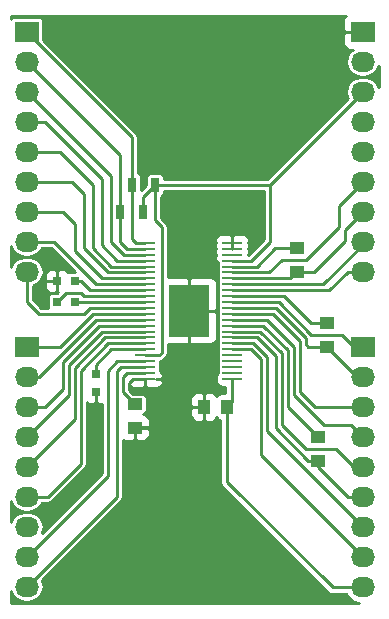
<source format=gbr>
G04 #@! TF.FileFunction,Copper,L1,Top,Signal*
%FSLAX46Y46*%
G04 Gerber Fmt 4.6, Leading zero omitted, Abs format (unit mm)*
G04 Created by KiCad (PCBNEW (2015-07-25 BZR 5993)-product) date Fri 31 Jul 2015 06:39:50 PM PDT*
%MOMM*%
G01*
G04 APERTURE LIST*
%ADD10C,0.100000*%
%ADD11R,1.250000X1.000000*%
%ADD12R,1.000000X1.250000*%
%ADD13R,2.032000X1.727200*%
%ADD14O,2.032000X1.727200*%
%ADD15R,0.700000X1.300000*%
%ADD16R,1.676400X0.279400*%
%ADD17R,3.479800X4.419600*%
%ADD18R,0.800000X0.750000*%
%ADD19R,0.750000X0.800000*%
%ADD20C,0.600000*%
%ADD21C,0.250000*%
%ADD22C,0.254000*%
G04 APERTURE END LIST*
D10*
D11*
X216154000Y-74660000D03*
X216154000Y-72660000D03*
X218694000Y-81010000D03*
X218694000Y-79010000D03*
X217932000Y-90662000D03*
X217932000Y-88662000D03*
X202438000Y-85868000D03*
X202438000Y-87868000D03*
D12*
X210296000Y-86106000D03*
X208296000Y-86106000D03*
D13*
X193294000Y-54356000D03*
D14*
X193294000Y-56896000D03*
X193294000Y-59436000D03*
X193294000Y-61976000D03*
X193294000Y-64516000D03*
X193294000Y-67056000D03*
X193294000Y-69596000D03*
X193294000Y-72136000D03*
X193294000Y-74676000D03*
D13*
X193294000Y-81026000D03*
D14*
X193294000Y-83566000D03*
X193294000Y-86106000D03*
X193294000Y-88646000D03*
X193294000Y-91186000D03*
X193294000Y-93726000D03*
X193294000Y-96266000D03*
X193294000Y-98806000D03*
X193294000Y-101346000D03*
D13*
X221742000Y-54356000D03*
D14*
X221742000Y-56896000D03*
X221742000Y-59436000D03*
X221742000Y-61976000D03*
X221742000Y-64516000D03*
X221742000Y-67056000D03*
X221742000Y-69596000D03*
X221742000Y-72136000D03*
X221742000Y-74676000D03*
D13*
X221742000Y-81026000D03*
D14*
X221742000Y-83566000D03*
X221742000Y-86106000D03*
X221742000Y-88646000D03*
X221742000Y-91186000D03*
X221742000Y-93726000D03*
X221742000Y-96266000D03*
X221742000Y-98806000D03*
X221742000Y-101346000D03*
D15*
X203134000Y-69596000D03*
X201234000Y-69596000D03*
X204150000Y-67310000D03*
X202250000Y-67310000D03*
D16*
X203339700Y-72228000D03*
X203339700Y-72727997D03*
X203339700Y-73227997D03*
X203339700Y-73727997D03*
X203339700Y-74227994D03*
X203339700Y-74727994D03*
X203339700Y-75227994D03*
X203339700Y-75727991D03*
X203339700Y-76227991D03*
X203339700Y-76727991D03*
X203339700Y-77227987D03*
X203339700Y-77728012D03*
X203339700Y-78227988D03*
X203339700Y-78728013D03*
X203339700Y-79228009D03*
X203339700Y-79728009D03*
X203339700Y-80228009D03*
X203339700Y-80728006D03*
X203339700Y-81228006D03*
X203339700Y-81728006D03*
X203339700Y-82228003D03*
X203339700Y-82728003D03*
X203339700Y-83228003D03*
X203339700Y-83728000D03*
X210680300Y-83728000D03*
X210680300Y-83228003D03*
X210680300Y-82728003D03*
X210680300Y-82228003D03*
X210680300Y-81728006D03*
X210680300Y-81228006D03*
X210680300Y-80728006D03*
X210680300Y-80228009D03*
X210680300Y-79728009D03*
X210680300Y-79228009D03*
X210680300Y-78728013D03*
X210680300Y-78227988D03*
X210680300Y-77728012D03*
X210680300Y-77227987D03*
X210680300Y-76727991D03*
X210680300Y-76227991D03*
X210680300Y-75727991D03*
X210680300Y-75227994D03*
X210680300Y-74727994D03*
X210680300Y-74227994D03*
X210680300Y-73727997D03*
X210680300Y-73227997D03*
X210680300Y-72727997D03*
X210680300Y-72228000D03*
D17*
X207010000Y-77978000D03*
D18*
X197346000Y-77216000D03*
X195846000Y-77216000D03*
X197346000Y-75438000D03*
X195846000Y-75438000D03*
D19*
X199136000Y-83324000D03*
X199136000Y-84824000D03*
D20*
X207010000Y-77978000D03*
X206502000Y-88646000D03*
X195834000Y-73914000D03*
X199136000Y-86614000D03*
D21*
X216154000Y-74660000D02*
X217662000Y-74660000D01*
X220218000Y-71120000D02*
X221742000Y-69596000D01*
X220218000Y-72104000D02*
X220218000Y-71120000D01*
X217662000Y-74660000D02*
X220218000Y-72104000D01*
X216154000Y-74660000D02*
X216678000Y-74660000D01*
X210680300Y-75227994D02*
X215586006Y-75227994D01*
X215586006Y-75227994D02*
X216154000Y-74660000D01*
X210680300Y-74227994D02*
X212792006Y-74227994D01*
X214360000Y-72660000D02*
X216154000Y-72660000D01*
X212792006Y-74227994D02*
X214360000Y-72660000D01*
X210680300Y-77728012D02*
X214380012Y-77728012D01*
X217154000Y-81010000D02*
X218694000Y-81010000D01*
X216916000Y-80772000D02*
X217154000Y-81010000D01*
X216916000Y-80264000D02*
X216916000Y-80772000D01*
X214380012Y-77728012D02*
X216916000Y-80264000D01*
X218694000Y-81010000D02*
X221250000Y-83566000D01*
X221250000Y-83566000D02*
X221742000Y-83566000D01*
X210680300Y-76727991D02*
X215118009Y-76727991D01*
X217400018Y-79010000D02*
X218694000Y-79010000D01*
X215118009Y-76727991D02*
X217400018Y-79010000D01*
X210680300Y-80228009D02*
X212816009Y-80228009D01*
X213106000Y-80518000D02*
X212852000Y-80264000D01*
X214376000Y-81788000D02*
X214376000Y-87884000D01*
X217154000Y-90662000D02*
X214376000Y-87884000D01*
X217154000Y-90662000D02*
X217932000Y-90662000D01*
X214376000Y-81788000D02*
X213106000Y-80518000D01*
X212816009Y-80228009D02*
X212852000Y-80264000D01*
X217932000Y-90662000D02*
X217932000Y-91186000D01*
X220472000Y-93726000D02*
X221742000Y-93726000D01*
X217932000Y-91186000D02*
X220472000Y-93726000D01*
X210680300Y-79228009D02*
X213340009Y-79228009D01*
X215392000Y-86122000D02*
X217932000Y-88662000D01*
X215392000Y-81280000D02*
X215392000Y-86122000D01*
X213340009Y-79228009D02*
X215392000Y-81280000D01*
X203339700Y-83228003D02*
X201759997Y-83228003D01*
X201422000Y-84852000D02*
X202438000Y-85868000D01*
X201422000Y-83566000D02*
X201422000Y-84852000D01*
X201759997Y-83228003D02*
X201422000Y-83566000D01*
X203339700Y-83728000D02*
X202276000Y-83728000D01*
X202276000Y-83728000D02*
X201930000Y-84074000D01*
X203339700Y-83728000D02*
X203339700Y-84467700D01*
X203339700Y-84467700D02*
X203708000Y-84836000D01*
X202438000Y-87868000D02*
X205724000Y-87868000D01*
X205724000Y-87868000D02*
X206502000Y-88646000D01*
X195846000Y-75438000D02*
X195846000Y-73926000D01*
X195846000Y-73926000D02*
X195834000Y-73914000D01*
X199136000Y-84824000D02*
X199136000Y-86614000D01*
X199136000Y-83324000D02*
X199136000Y-82550000D01*
X200457994Y-81228006D02*
X203339700Y-81228006D01*
X199136000Y-82550000D02*
X200457994Y-81228006D01*
X203339700Y-76227991D02*
X198655991Y-76227991D01*
X197866000Y-75438000D02*
X197346000Y-75438000D01*
X198655991Y-76227991D02*
X197866000Y-75438000D01*
X221742000Y-101346000D02*
X219202000Y-101346000D01*
X210296000Y-92440000D02*
X210296000Y-86106000D01*
X219202000Y-101346000D02*
X210296000Y-92440000D01*
X210680300Y-83728000D02*
X210680300Y-85721700D01*
X197346000Y-77216000D02*
X203327713Y-77216000D01*
X203327713Y-77216000D02*
X203339700Y-77227987D01*
X203339700Y-76727991D02*
X198139991Y-76727991D01*
X196608000Y-76454000D02*
X195846000Y-77216000D01*
X197866000Y-76454000D02*
X196608000Y-76454000D01*
X198139991Y-76727991D02*
X197866000Y-76454000D01*
X202184000Y-66040000D02*
X202184000Y-67244000D01*
X202184000Y-67244000D02*
X202250000Y-67310000D01*
X203339700Y-72228000D02*
X202530000Y-72228000D01*
X202530000Y-72228000D02*
X202184000Y-71882000D01*
X202184000Y-71882000D02*
X202184000Y-66040000D01*
X202184000Y-66040000D02*
X202184000Y-63246000D01*
X202184000Y-63246000D02*
X193294000Y-54356000D01*
X201168000Y-70866000D02*
X201168000Y-69662000D01*
X201168000Y-69662000D02*
X201234000Y-69596000D01*
X203339700Y-72727997D02*
X201759997Y-72727997D01*
X201168000Y-64770000D02*
X193294000Y-56896000D01*
X201168000Y-72136000D02*
X201168000Y-70866000D01*
X201168000Y-70866000D02*
X201168000Y-64770000D01*
X201759997Y-72727997D02*
X201168000Y-72136000D01*
X203339700Y-73727997D02*
X200981997Y-73727997D01*
X194818000Y-61976000D02*
X193294000Y-61976000D01*
X199644000Y-66802000D02*
X194818000Y-61976000D01*
X199644000Y-72390000D02*
X199644000Y-66802000D01*
X200981997Y-73727997D02*
X199644000Y-72390000D01*
X203339700Y-74227994D02*
X200465994Y-74227994D01*
X196088000Y-64516000D02*
X193294000Y-64516000D01*
X198882000Y-67310000D02*
X196088000Y-64516000D01*
X198882000Y-72644000D02*
X198882000Y-67310000D01*
X200465994Y-74227994D02*
X198882000Y-72644000D01*
X203339700Y-74727994D02*
X200203994Y-74727994D01*
X197104000Y-67056000D02*
X193294000Y-67056000D01*
X198120000Y-68072000D02*
X197104000Y-67056000D01*
X198120000Y-72644000D02*
X198120000Y-68072000D01*
X200203994Y-74727994D02*
X198120000Y-72644000D01*
X203339700Y-75227994D02*
X199687994Y-75227994D01*
X196342000Y-69596000D02*
X193294000Y-69596000D01*
X197358000Y-70612000D02*
X196342000Y-69596000D01*
X197358000Y-72898000D02*
X197358000Y-70612000D01*
X199687994Y-75227994D02*
X197358000Y-72898000D01*
X203339700Y-75727991D02*
X199171991Y-75727991D01*
X195580000Y-72136000D02*
X193294000Y-72136000D01*
X199171991Y-75727991D02*
X195580000Y-72136000D01*
X203339700Y-77728012D02*
X198632012Y-77728012D01*
X193294000Y-77216000D02*
X193294000Y-74676000D01*
X194310000Y-78232000D02*
X193294000Y-77216000D01*
X198128024Y-78232000D02*
X194310000Y-78232000D01*
X198632012Y-77728012D02*
X198128024Y-78232000D01*
X203339700Y-73227997D02*
X201497997Y-73227997D01*
X200406000Y-66548000D02*
X193294000Y-59436000D01*
X200406000Y-72136000D02*
X200406000Y-66548000D01*
X201497997Y-73227997D02*
X200406000Y-72136000D01*
X203339700Y-78227988D02*
X198886012Y-78227988D01*
X196088000Y-81026000D02*
X193294000Y-81026000D01*
X198886012Y-78227988D02*
X196088000Y-81026000D01*
X203339700Y-78728013D02*
X199147987Y-78728013D01*
X199147987Y-78728013D02*
X194310000Y-83566000D01*
X194310000Y-83566000D02*
X193294000Y-83566000D01*
X203339700Y-79228009D02*
X199409991Y-79228009D01*
X194818000Y-86106000D02*
X193294000Y-86106000D01*
X196342000Y-84582000D02*
X194818000Y-86106000D01*
X196342000Y-82296000D02*
X196342000Y-84582000D01*
X199409991Y-79228009D02*
X196342000Y-82296000D01*
X194056000Y-86106000D02*
X193294000Y-86106000D01*
X203339700Y-79728009D02*
X199671991Y-79728009D01*
X196850000Y-85090000D02*
X193294000Y-88646000D01*
X196850000Y-82550000D02*
X196850000Y-85090000D01*
X199671991Y-79728009D02*
X196850000Y-82550000D01*
X203339700Y-80228009D02*
X199933991Y-80228009D01*
X197358000Y-87122000D02*
X193294000Y-91186000D01*
X197358000Y-82804000D02*
X197358000Y-87122000D01*
X199933991Y-80228009D02*
X197358000Y-82804000D01*
X203339700Y-80728006D02*
X200195994Y-80728006D01*
X195072000Y-93726000D02*
X193294000Y-93726000D01*
X197866000Y-90932000D02*
X195072000Y-93726000D01*
X197866000Y-83058000D02*
X197866000Y-90932000D01*
X200195994Y-80728006D02*
X197866000Y-83058000D01*
X203339700Y-82228003D02*
X200981997Y-82228003D01*
X200152000Y-91948000D02*
X193294000Y-98806000D01*
X200152000Y-83058000D02*
X200152000Y-91948000D01*
X200981997Y-82228003D02*
X200152000Y-83058000D01*
X203339700Y-82728003D02*
X201243997Y-82728003D01*
X200914000Y-93726000D02*
X193294000Y-101346000D01*
X200914000Y-83058000D02*
X200914000Y-93726000D01*
X201243997Y-82728003D02*
X200914000Y-83058000D01*
X210680300Y-73727997D02*
X212276003Y-73727997D01*
X213868000Y-72136000D02*
X213868000Y-67310000D01*
X212276003Y-73727997D02*
X213868000Y-72136000D01*
X203339700Y-81728006D02*
X204529994Y-81728006D01*
X204150000Y-70292000D02*
X204150000Y-67310000D01*
X204724000Y-70866000D02*
X204150000Y-70292000D01*
X204724000Y-81534000D02*
X204724000Y-70866000D01*
X204529994Y-81728006D02*
X204724000Y-81534000D01*
X203134000Y-69596000D02*
X203134000Y-68326000D01*
X203134000Y-68326000D02*
X204150000Y-67310000D01*
X204150000Y-67310000D02*
X213868000Y-67310000D01*
X213868000Y-67310000D02*
X221742000Y-59436000D01*
X210680300Y-74727994D02*
X213816006Y-74727994D01*
X219710000Y-69088000D02*
X221742000Y-67056000D01*
X219710000Y-70866000D02*
X219710000Y-69088000D01*
X216916000Y-73660000D02*
X219710000Y-70866000D01*
X214884000Y-73660000D02*
X216916000Y-73660000D01*
X213816006Y-74727994D02*
X214884000Y-73660000D01*
X210680300Y-75727991D02*
X218404009Y-75727991D01*
X218404009Y-75727991D02*
X221742000Y-72390000D01*
X221742000Y-72390000D02*
X221742000Y-72136000D01*
X210680300Y-76227991D02*
X218920009Y-76227991D01*
X220472000Y-74676000D02*
X221742000Y-74676000D01*
X218920009Y-76227991D02*
X220472000Y-74676000D01*
X210680300Y-77227987D02*
X214618013Y-77227987D01*
X219964000Y-80010000D02*
X220980000Y-81026000D01*
X217400026Y-80010000D02*
X219964000Y-80010000D01*
X214618013Y-77227987D02*
X217400026Y-80010000D01*
X220980000Y-81026000D02*
X221742000Y-81026000D01*
X210680300Y-78227988D02*
X214117988Y-78227988D01*
X217678000Y-86106000D02*
X221742000Y-86106000D01*
X216408000Y-84836000D02*
X217678000Y-86106000D01*
X216408000Y-80518000D02*
X216408000Y-84836000D01*
X214117988Y-78227988D02*
X216408000Y-80518000D01*
X210680300Y-78728013D02*
X213602013Y-78728013D01*
X220726000Y-87630000D02*
X221742000Y-88646000D01*
X218440000Y-87630000D02*
X220726000Y-87630000D01*
X215900000Y-85090000D02*
X218440000Y-87630000D01*
X215900000Y-81026000D02*
X215900000Y-85090000D01*
X213602013Y-78728013D02*
X215900000Y-81026000D01*
X210680300Y-79728009D02*
X213078009Y-79728009D01*
X219456000Y-89662000D02*
X220980000Y-91186000D01*
X216916000Y-89662000D02*
X219456000Y-89662000D01*
X214884000Y-87630000D02*
X216916000Y-89662000D01*
X214884000Y-81534000D02*
X214884000Y-87630000D01*
X213078009Y-79728009D02*
X214884000Y-81534000D01*
X220980000Y-91186000D02*
X221742000Y-91186000D01*
X210680300Y-80728006D02*
X212428404Y-80728006D01*
X213614000Y-88138000D02*
X221742000Y-96266000D01*
X213614000Y-81913602D02*
X213614000Y-88138000D01*
X212428404Y-80728006D02*
X213614000Y-81913602D01*
X210680300Y-81228006D02*
X212292006Y-81228006D01*
X213106000Y-90170000D02*
X221742000Y-98806000D01*
X213106000Y-82042000D02*
X213106000Y-90170000D01*
X212292006Y-81228006D02*
X213106000Y-82042000D01*
D22*
G36*
X213362000Y-71926408D02*
X212073113Y-73215295D01*
X212061839Y-73215295D01*
X212109277Y-73100770D01*
X212153500Y-73056547D01*
X212153500Y-72899447D01*
X212109277Y-72855224D01*
X212056827Y-72728598D01*
X212056227Y-72727999D01*
X212056827Y-72727399D01*
X212109280Y-72600767D01*
X212153500Y-72556547D01*
X212153500Y-72399450D01*
X212109280Y-72355230D01*
X212056827Y-72228598D01*
X212019139Y-72190911D01*
X212153500Y-72056550D01*
X212153500Y-71961990D01*
X212056827Y-71728601D01*
X211878198Y-71549973D01*
X211644809Y-71453300D01*
X210851750Y-71453300D01*
X210693000Y-71612050D01*
X210693000Y-72760697D01*
X210667600Y-72760697D01*
X210667600Y-71612050D01*
X210508850Y-71453300D01*
X209715791Y-71453300D01*
X209482402Y-71549973D01*
X209303773Y-71728601D01*
X209207100Y-71961990D01*
X209207100Y-72056550D01*
X209341461Y-72190911D01*
X209303773Y-72228598D01*
X209251320Y-72355230D01*
X209207100Y-72399450D01*
X209207100Y-72556547D01*
X209251320Y-72600767D01*
X209303773Y-72727399D01*
X209304373Y-72727999D01*
X209303773Y-72728598D01*
X209251323Y-72855224D01*
X209207100Y-72899447D01*
X209207100Y-73056547D01*
X209251323Y-73100770D01*
X209303773Y-73227396D01*
X209341462Y-73265085D01*
X209207100Y-73399447D01*
X209207100Y-73494007D01*
X209303773Y-73727396D01*
X209455938Y-73879560D01*
X209475390Y-73979819D01*
X209453636Y-74088294D01*
X209453636Y-74367694D01*
X209475390Y-74479817D01*
X209453636Y-74588294D01*
X209453636Y-74867694D01*
X209475390Y-74979817D01*
X209453636Y-75088294D01*
X209453636Y-75367694D01*
X209475390Y-75479816D01*
X209453636Y-75588291D01*
X209453636Y-75867691D01*
X209475390Y-75979814D01*
X209453636Y-76088291D01*
X209453636Y-76367691D01*
X209475390Y-76479814D01*
X209453636Y-76588291D01*
X209453636Y-76867691D01*
X209475390Y-76979812D01*
X209453636Y-77088287D01*
X209453636Y-77367687D01*
X209475393Y-77479823D01*
X209453636Y-77588312D01*
X209453636Y-77867712D01*
X209475388Y-77979823D01*
X209453636Y-78088288D01*
X209453636Y-78367688D01*
X209475393Y-78479824D01*
X209453636Y-78588313D01*
X209453636Y-78867713D01*
X209475390Y-78979834D01*
X209453636Y-79088309D01*
X209453636Y-79367709D01*
X209475390Y-79479832D01*
X209453636Y-79588309D01*
X209453636Y-79867709D01*
X209475390Y-79979832D01*
X209453636Y-80088309D01*
X209453636Y-80367709D01*
X209475390Y-80479831D01*
X209453636Y-80588306D01*
X209453636Y-80867706D01*
X209475390Y-80979829D01*
X209453636Y-81088306D01*
X209453636Y-81367706D01*
X209475390Y-81479829D01*
X209453636Y-81588306D01*
X209453636Y-81867706D01*
X209475390Y-81979828D01*
X209453636Y-82088303D01*
X209453636Y-82367703D01*
X209475390Y-82479826D01*
X209453636Y-82588303D01*
X209453636Y-82867703D01*
X209475390Y-82979826D01*
X209453636Y-83088303D01*
X209453636Y-83256090D01*
X209364199Y-83388588D01*
X209324148Y-83588300D01*
X209324148Y-83867700D01*
X209361730Y-84061399D01*
X209473561Y-84231642D01*
X209642388Y-84345601D01*
X209842100Y-84385652D01*
X210047300Y-84385652D01*
X210047300Y-84963048D01*
X209796000Y-84963048D01*
X209602301Y-85000630D01*
X209432058Y-85112461D01*
X209369224Y-85205549D01*
X209334327Y-85121301D01*
X209155698Y-84942673D01*
X208922309Y-84846000D01*
X208467450Y-84846000D01*
X208308700Y-85004750D01*
X208308700Y-86093300D01*
X208328700Y-86093300D01*
X208328700Y-86118700D01*
X208308700Y-86118700D01*
X208308700Y-87207250D01*
X208467450Y-87366000D01*
X208922309Y-87366000D01*
X209155698Y-87269327D01*
X209334327Y-87090699D01*
X209369266Y-87006350D01*
X209427461Y-87094942D01*
X209596288Y-87208901D01*
X209663000Y-87222280D01*
X209663000Y-92439995D01*
X209662999Y-92440000D01*
X209711184Y-92682239D01*
X209848401Y-92887599D01*
X218754401Y-101793599D01*
X218959761Y-101930816D01*
X219202000Y-101979001D01*
X219202005Y-101979000D01*
X220364787Y-101979000D01*
X220589875Y-102315868D01*
X221034854Y-102613193D01*
X221436071Y-102693000D01*
X191947000Y-102693000D01*
X191947000Y-101734958D01*
X191964371Y-101822288D01*
X192234166Y-102226065D01*
X192637943Y-102495860D01*
X193114231Y-102590600D01*
X193473769Y-102590600D01*
X193950057Y-102495860D01*
X194353834Y-102226065D01*
X194623629Y-101822288D01*
X194718369Y-101346000D01*
X194623629Y-100869712D01*
X194568455Y-100787137D01*
X201271796Y-94083796D01*
X201381483Y-93919638D01*
X201420000Y-93726000D01*
X201420000Y-88873026D01*
X201453301Y-88906327D01*
X201686690Y-89003000D01*
X202266550Y-89003000D01*
X202425300Y-88844250D01*
X202425300Y-87880700D01*
X202450700Y-87880700D01*
X202450700Y-88844250D01*
X202609450Y-89003000D01*
X203189310Y-89003000D01*
X203422699Y-88906327D01*
X203601327Y-88727698D01*
X203698000Y-88494309D01*
X203698000Y-88039450D01*
X203539250Y-87880700D01*
X202450700Y-87880700D01*
X202425300Y-87880700D01*
X202425300Y-87880700D01*
X202405300Y-87880700D01*
X202405300Y-87855300D01*
X202425300Y-87855300D01*
X202425300Y-87835300D01*
X202450700Y-87835300D01*
X202450700Y-87855300D01*
X203539250Y-87855300D01*
X203698000Y-87696550D01*
X203698000Y-87241691D01*
X203601327Y-87008302D01*
X203422699Y-86829673D01*
X203189310Y-86733000D01*
X203183936Y-86733000D01*
X203208274Y-86728278D01*
X203335956Y-86644404D01*
X203421426Y-86517784D01*
X203451464Y-86368000D01*
X203451464Y-86277450D01*
X207161000Y-86277450D01*
X207161000Y-86857310D01*
X207257673Y-87090699D01*
X207436302Y-87269327D01*
X207669691Y-87366000D01*
X208124550Y-87366000D01*
X208283300Y-87207250D01*
X208283300Y-86118700D01*
X207319750Y-86118700D01*
X207161000Y-86277450D01*
X203451464Y-86277450D01*
X203451464Y-85368000D01*
X203448882Y-85354690D01*
X207161000Y-85354690D01*
X207161000Y-85934550D01*
X207319750Y-86093300D01*
X208283300Y-86093300D01*
X208283300Y-85004750D01*
X208124550Y-84846000D01*
X207669691Y-84846000D01*
X207436302Y-84942673D01*
X207257673Y-85121301D01*
X207161000Y-85354690D01*
X203448882Y-85354690D01*
X203423278Y-85222726D01*
X203339404Y-85095044D01*
X203212784Y-85009574D01*
X203063000Y-84979536D01*
X202265128Y-84979536D01*
X201928000Y-84642408D01*
X201928000Y-84142484D01*
X201963173Y-84227399D01*
X202141802Y-84406027D01*
X202375191Y-84502700D01*
X203168250Y-84502700D01*
X203327000Y-84343950D01*
X203327000Y-83756167D01*
X203352400Y-83756167D01*
X203352400Y-84343950D01*
X203511150Y-84502700D01*
X204304209Y-84502700D01*
X204537598Y-84406027D01*
X204716227Y-84227399D01*
X204812900Y-83994010D01*
X204812900Y-83899450D01*
X204654150Y-83740700D01*
X204257619Y-83740700D01*
X204323174Y-83727981D01*
X204342478Y-83715300D01*
X204654150Y-83715300D01*
X204812900Y-83556550D01*
X204812900Y-83461990D01*
X204716227Y-83228601D01*
X204564062Y-83076437D01*
X204544610Y-82976180D01*
X204566364Y-82867703D01*
X204566364Y-82588303D01*
X204544610Y-82476180D01*
X204566364Y-82367703D01*
X204566364Y-82226772D01*
X204723632Y-82195489D01*
X204887790Y-82085802D01*
X205081796Y-81891796D01*
X205191483Y-81727638D01*
X205230000Y-81534000D01*
X205230000Y-80822800D01*
X206838550Y-80822800D01*
X206997300Y-80664050D01*
X206997300Y-77990700D01*
X207022700Y-77990700D01*
X207022700Y-80664050D01*
X207181450Y-80822800D01*
X208876209Y-80822800D01*
X209109598Y-80726127D01*
X209288227Y-80547499D01*
X209384900Y-80314110D01*
X209384900Y-78149450D01*
X209226150Y-77990700D01*
X207022700Y-77990700D01*
X206997300Y-77990700D01*
X206997300Y-77990700D01*
X206977300Y-77990700D01*
X206977300Y-77965300D01*
X206997300Y-77965300D01*
X206997300Y-75291950D01*
X207022700Y-75291950D01*
X207022700Y-77965300D01*
X209226150Y-77965300D01*
X209384900Y-77806550D01*
X209384900Y-75641890D01*
X209288227Y-75408501D01*
X209109598Y-75229873D01*
X208876209Y-75133200D01*
X207181450Y-75133200D01*
X207022700Y-75291950D01*
X206997300Y-75291950D01*
X206997300Y-75291950D01*
X206838550Y-75133200D01*
X205230000Y-75133200D01*
X205230000Y-70866000D01*
X205191483Y-70672362D01*
X205081796Y-70508204D01*
X204656000Y-70082408D01*
X204656000Y-68313232D01*
X204772956Y-68236404D01*
X204858426Y-68109784D01*
X204888464Y-67960000D01*
X204888464Y-67816000D01*
X213362000Y-67816000D01*
X213362000Y-71926408D01*
X213362000Y-71926408D01*
G37*
X213362000Y-71926408D02*
X212073113Y-73215295D01*
X212061839Y-73215295D01*
X212109277Y-73100770D01*
X212153500Y-73056547D01*
X212153500Y-72899447D01*
X212109277Y-72855224D01*
X212056827Y-72728598D01*
X212056227Y-72727999D01*
X212056827Y-72727399D01*
X212109280Y-72600767D01*
X212153500Y-72556547D01*
X212153500Y-72399450D01*
X212109280Y-72355230D01*
X212056827Y-72228598D01*
X212019139Y-72190911D01*
X212153500Y-72056550D01*
X212153500Y-71961990D01*
X212056827Y-71728601D01*
X211878198Y-71549973D01*
X211644809Y-71453300D01*
X210851750Y-71453300D01*
X210693000Y-71612050D01*
X210693000Y-72760697D01*
X210667600Y-72760697D01*
X210667600Y-71612050D01*
X210508850Y-71453300D01*
X209715791Y-71453300D01*
X209482402Y-71549973D01*
X209303773Y-71728601D01*
X209207100Y-71961990D01*
X209207100Y-72056550D01*
X209341461Y-72190911D01*
X209303773Y-72228598D01*
X209251320Y-72355230D01*
X209207100Y-72399450D01*
X209207100Y-72556547D01*
X209251320Y-72600767D01*
X209303773Y-72727399D01*
X209304373Y-72727999D01*
X209303773Y-72728598D01*
X209251323Y-72855224D01*
X209207100Y-72899447D01*
X209207100Y-73056547D01*
X209251323Y-73100770D01*
X209303773Y-73227396D01*
X209341462Y-73265085D01*
X209207100Y-73399447D01*
X209207100Y-73494007D01*
X209303773Y-73727396D01*
X209455938Y-73879560D01*
X209475390Y-73979819D01*
X209453636Y-74088294D01*
X209453636Y-74367694D01*
X209475390Y-74479817D01*
X209453636Y-74588294D01*
X209453636Y-74867694D01*
X209475390Y-74979817D01*
X209453636Y-75088294D01*
X209453636Y-75367694D01*
X209475390Y-75479816D01*
X209453636Y-75588291D01*
X209453636Y-75867691D01*
X209475390Y-75979814D01*
X209453636Y-76088291D01*
X209453636Y-76367691D01*
X209475390Y-76479814D01*
X209453636Y-76588291D01*
X209453636Y-76867691D01*
X209475390Y-76979812D01*
X209453636Y-77088287D01*
X209453636Y-77367687D01*
X209475393Y-77479823D01*
X209453636Y-77588312D01*
X209453636Y-77867712D01*
X209475388Y-77979823D01*
X209453636Y-78088288D01*
X209453636Y-78367688D01*
X209475393Y-78479824D01*
X209453636Y-78588313D01*
X209453636Y-78867713D01*
X209475390Y-78979834D01*
X209453636Y-79088309D01*
X209453636Y-79367709D01*
X209475390Y-79479832D01*
X209453636Y-79588309D01*
X209453636Y-79867709D01*
X209475390Y-79979832D01*
X209453636Y-80088309D01*
X209453636Y-80367709D01*
X209475390Y-80479831D01*
X209453636Y-80588306D01*
X209453636Y-80867706D01*
X209475390Y-80979829D01*
X209453636Y-81088306D01*
X209453636Y-81367706D01*
X209475390Y-81479829D01*
X209453636Y-81588306D01*
X209453636Y-81867706D01*
X209475390Y-81979828D01*
X209453636Y-82088303D01*
X209453636Y-82367703D01*
X209475390Y-82479826D01*
X209453636Y-82588303D01*
X209453636Y-82867703D01*
X209475390Y-82979826D01*
X209453636Y-83088303D01*
X209453636Y-83256090D01*
X209364199Y-83388588D01*
X209324148Y-83588300D01*
X209324148Y-83867700D01*
X209361730Y-84061399D01*
X209473561Y-84231642D01*
X209642388Y-84345601D01*
X209842100Y-84385652D01*
X210047300Y-84385652D01*
X210047300Y-84963048D01*
X209796000Y-84963048D01*
X209602301Y-85000630D01*
X209432058Y-85112461D01*
X209369224Y-85205549D01*
X209334327Y-85121301D01*
X209155698Y-84942673D01*
X208922309Y-84846000D01*
X208467450Y-84846000D01*
X208308700Y-85004750D01*
X208308700Y-86093300D01*
X208328700Y-86093300D01*
X208328700Y-86118700D01*
X208308700Y-86118700D01*
X208308700Y-87207250D01*
X208467450Y-87366000D01*
X208922309Y-87366000D01*
X209155698Y-87269327D01*
X209334327Y-87090699D01*
X209369266Y-87006350D01*
X209427461Y-87094942D01*
X209596288Y-87208901D01*
X209663000Y-87222280D01*
X209663000Y-92439995D01*
X209662999Y-92440000D01*
X209711184Y-92682239D01*
X209848401Y-92887599D01*
X218754401Y-101793599D01*
X218959761Y-101930816D01*
X219202000Y-101979001D01*
X219202005Y-101979000D01*
X220364787Y-101979000D01*
X220589875Y-102315868D01*
X221034854Y-102613193D01*
X221436071Y-102693000D01*
X191947000Y-102693000D01*
X191947000Y-101734958D01*
X191964371Y-101822288D01*
X192234166Y-102226065D01*
X192637943Y-102495860D01*
X193114231Y-102590600D01*
X193473769Y-102590600D01*
X193950057Y-102495860D01*
X194353834Y-102226065D01*
X194623629Y-101822288D01*
X194718369Y-101346000D01*
X194623629Y-100869712D01*
X194568455Y-100787137D01*
X201271796Y-94083796D01*
X201381483Y-93919638D01*
X201420000Y-93726000D01*
X201420000Y-88873026D01*
X201453301Y-88906327D01*
X201686690Y-89003000D01*
X202266550Y-89003000D01*
X202425300Y-88844250D01*
X202425300Y-87880700D01*
X202450700Y-87880700D01*
X202450700Y-88844250D01*
X202609450Y-89003000D01*
X203189310Y-89003000D01*
X203422699Y-88906327D01*
X203601327Y-88727698D01*
X203698000Y-88494309D01*
X203698000Y-88039450D01*
X203539250Y-87880700D01*
X202450700Y-87880700D01*
X202425300Y-87880700D01*
X202425300Y-87880700D01*
X202405300Y-87880700D01*
X202405300Y-87855300D01*
X202425300Y-87855300D01*
X202425300Y-87835300D01*
X202450700Y-87835300D01*
X202450700Y-87855300D01*
X203539250Y-87855300D01*
X203698000Y-87696550D01*
X203698000Y-87241691D01*
X203601327Y-87008302D01*
X203422699Y-86829673D01*
X203189310Y-86733000D01*
X203183936Y-86733000D01*
X203208274Y-86728278D01*
X203335956Y-86644404D01*
X203421426Y-86517784D01*
X203451464Y-86368000D01*
X203451464Y-86277450D01*
X207161000Y-86277450D01*
X207161000Y-86857310D01*
X207257673Y-87090699D01*
X207436302Y-87269327D01*
X207669691Y-87366000D01*
X208124550Y-87366000D01*
X208283300Y-87207250D01*
X208283300Y-86118700D01*
X207319750Y-86118700D01*
X207161000Y-86277450D01*
X203451464Y-86277450D01*
X203451464Y-85368000D01*
X203448882Y-85354690D01*
X207161000Y-85354690D01*
X207161000Y-85934550D01*
X207319750Y-86093300D01*
X208283300Y-86093300D01*
X208283300Y-85004750D01*
X208124550Y-84846000D01*
X207669691Y-84846000D01*
X207436302Y-84942673D01*
X207257673Y-85121301D01*
X207161000Y-85354690D01*
X203448882Y-85354690D01*
X203423278Y-85222726D01*
X203339404Y-85095044D01*
X203212784Y-85009574D01*
X203063000Y-84979536D01*
X202265128Y-84979536D01*
X201928000Y-84642408D01*
X201928000Y-84142484D01*
X201963173Y-84227399D01*
X202141802Y-84406027D01*
X202375191Y-84502700D01*
X203168250Y-84502700D01*
X203327000Y-84343950D01*
X203327000Y-83756167D01*
X203352400Y-83756167D01*
X203352400Y-84343950D01*
X203511150Y-84502700D01*
X204304209Y-84502700D01*
X204537598Y-84406027D01*
X204716227Y-84227399D01*
X204812900Y-83994010D01*
X204812900Y-83899450D01*
X204654150Y-83740700D01*
X204257619Y-83740700D01*
X204323174Y-83727981D01*
X204342478Y-83715300D01*
X204654150Y-83715300D01*
X204812900Y-83556550D01*
X204812900Y-83461990D01*
X204716227Y-83228601D01*
X204564062Y-83076437D01*
X204544610Y-82976180D01*
X204566364Y-82867703D01*
X204566364Y-82588303D01*
X204544610Y-82476180D01*
X204566364Y-82367703D01*
X204566364Y-82226772D01*
X204723632Y-82195489D01*
X204887790Y-82085802D01*
X205081796Y-81891796D01*
X205191483Y-81727638D01*
X205230000Y-81534000D01*
X205230000Y-80822800D01*
X206838550Y-80822800D01*
X206997300Y-80664050D01*
X206997300Y-77990700D01*
X207022700Y-77990700D01*
X207022700Y-80664050D01*
X207181450Y-80822800D01*
X208876209Y-80822800D01*
X209109598Y-80726127D01*
X209288227Y-80547499D01*
X209384900Y-80314110D01*
X209384900Y-78149450D01*
X209226150Y-77990700D01*
X207022700Y-77990700D01*
X206997300Y-77990700D01*
X206997300Y-77990700D01*
X206977300Y-77990700D01*
X206977300Y-77965300D01*
X206997300Y-77965300D01*
X206997300Y-75291950D01*
X207022700Y-75291950D01*
X207022700Y-77965300D01*
X209226150Y-77965300D01*
X209384900Y-77806550D01*
X209384900Y-75641890D01*
X209288227Y-75408501D01*
X209109598Y-75229873D01*
X208876209Y-75133200D01*
X207181450Y-75133200D01*
X207022700Y-75291950D01*
X206997300Y-75291950D01*
X206997300Y-75291950D01*
X206838550Y-75133200D01*
X205230000Y-75133200D01*
X205230000Y-70866000D01*
X205191483Y-70672362D01*
X205081796Y-70508204D01*
X204656000Y-70082408D01*
X204656000Y-68313232D01*
X204772956Y-68236404D01*
X204858426Y-68109784D01*
X204888464Y-67960000D01*
X204888464Y-67816000D01*
X213362000Y-67816000D01*
X213362000Y-71926408D01*
G36*
X199148700Y-84811300D02*
X199168700Y-84811300D01*
X199168700Y-84836700D01*
X199148700Y-84836700D01*
X199148700Y-85700250D01*
X199307450Y-85859000D01*
X199637310Y-85859000D01*
X199646000Y-85855400D01*
X199646000Y-91738408D01*
X194586394Y-96798014D01*
X194623629Y-96742288D01*
X194718369Y-96266000D01*
X194623629Y-95789712D01*
X194353834Y-95385935D01*
X193950057Y-95116140D01*
X193473769Y-95021400D01*
X193114231Y-95021400D01*
X192637943Y-95116140D01*
X192234166Y-95385935D01*
X191964371Y-95789712D01*
X191947000Y-95877042D01*
X191947000Y-94114958D01*
X191964371Y-94202288D01*
X192234166Y-94606065D01*
X192637943Y-94875860D01*
X193114231Y-94970600D01*
X193473769Y-94970600D01*
X193950057Y-94875860D01*
X194353834Y-94606065D01*
X194603776Y-94232000D01*
X195072000Y-94232000D01*
X195265638Y-94193483D01*
X195429796Y-94083796D01*
X198223796Y-91289796D01*
X198293150Y-91186000D01*
X198333483Y-91125638D01*
X198372000Y-90932000D01*
X198372000Y-85733026D01*
X198401301Y-85762327D01*
X198634690Y-85859000D01*
X198964550Y-85859000D01*
X199123300Y-85700250D01*
X199123300Y-84836700D01*
X199103300Y-84836700D01*
X199103300Y-84811300D01*
X199123300Y-84811300D01*
X199123300Y-84791300D01*
X199148700Y-84791300D01*
X199148700Y-84811300D01*
X199148700Y-84811300D01*
G37*
X199148700Y-84811300D02*
X199168700Y-84811300D01*
X199168700Y-84836700D01*
X199148700Y-84836700D01*
X199148700Y-85700250D01*
X199307450Y-85859000D01*
X199637310Y-85859000D01*
X199646000Y-85855400D01*
X199646000Y-91738408D01*
X194586394Y-96798014D01*
X194623629Y-96742288D01*
X194718369Y-96266000D01*
X194623629Y-95789712D01*
X194353834Y-95385935D01*
X193950057Y-95116140D01*
X193473769Y-95021400D01*
X193114231Y-95021400D01*
X192637943Y-95116140D01*
X192234166Y-95385935D01*
X191964371Y-95789712D01*
X191947000Y-95877042D01*
X191947000Y-94114958D01*
X191964371Y-94202288D01*
X192234166Y-94606065D01*
X192637943Y-94875860D01*
X193114231Y-94970600D01*
X193473769Y-94970600D01*
X193950057Y-94875860D01*
X194353834Y-94606065D01*
X194603776Y-94232000D01*
X195072000Y-94232000D01*
X195265638Y-94193483D01*
X195429796Y-94083796D01*
X198223796Y-91289796D01*
X198293150Y-91186000D01*
X198333483Y-91125638D01*
X198372000Y-90932000D01*
X198372000Y-85733026D01*
X198401301Y-85762327D01*
X198634690Y-85859000D01*
X198964550Y-85859000D01*
X199123300Y-85700250D01*
X199123300Y-84836700D01*
X199103300Y-84836700D01*
X199103300Y-84811300D01*
X199123300Y-84811300D01*
X199123300Y-84791300D01*
X199148700Y-84791300D01*
X199148700Y-84811300D01*
G36*
X191964371Y-72612288D02*
X192234166Y-73016065D01*
X192637943Y-73285860D01*
X193114231Y-73380600D01*
X193473769Y-73380600D01*
X193950057Y-73285860D01*
X194353834Y-73016065D01*
X194603776Y-72642000D01*
X195370408Y-72642000D01*
X197402944Y-74674536D01*
X196946000Y-74674536D01*
X196800726Y-74702722D01*
X196787646Y-74711314D01*
X196784327Y-74703301D01*
X196605698Y-74524673D01*
X196372309Y-74428000D01*
X196017450Y-74428000D01*
X195858700Y-74586750D01*
X195858700Y-75425300D01*
X195878700Y-75425300D01*
X195878700Y-75450700D01*
X195858700Y-75450700D01*
X195858700Y-76289250D01*
X195957929Y-76388479D01*
X195893872Y-76452536D01*
X195446000Y-76452536D01*
X195300726Y-76480722D01*
X195173044Y-76564596D01*
X195087574Y-76691216D01*
X195057536Y-76841000D01*
X195057536Y-77591000D01*
X195083729Y-77726000D01*
X194519592Y-77726000D01*
X193800000Y-77006408D01*
X193800000Y-75855708D01*
X193950057Y-75825860D01*
X194273937Y-75609450D01*
X194811000Y-75609450D01*
X194811000Y-75939310D01*
X194907673Y-76172699D01*
X195086302Y-76351327D01*
X195319691Y-76448000D01*
X195674550Y-76448000D01*
X195833300Y-76289250D01*
X195833300Y-75450700D01*
X194969750Y-75450700D01*
X194811000Y-75609450D01*
X194273937Y-75609450D01*
X194353834Y-75556065D01*
X194623629Y-75152288D01*
X194666514Y-74936690D01*
X194811000Y-74936690D01*
X194811000Y-75266550D01*
X194969750Y-75425300D01*
X195833300Y-75425300D01*
X195833300Y-74586750D01*
X195674550Y-74428000D01*
X195319691Y-74428000D01*
X195086302Y-74524673D01*
X194907673Y-74703301D01*
X194811000Y-74936690D01*
X194666514Y-74936690D01*
X194718369Y-74676000D01*
X194623629Y-74199712D01*
X194353834Y-73795935D01*
X193950057Y-73526140D01*
X193473769Y-73431400D01*
X193114231Y-73431400D01*
X192637943Y-73526140D01*
X192234166Y-73795935D01*
X191964371Y-74199712D01*
X191947000Y-74287042D01*
X191947000Y-72524958D01*
X191964371Y-72612288D01*
X191964371Y-72612288D01*
G37*
X191964371Y-72612288D02*
X192234166Y-73016065D01*
X192637943Y-73285860D01*
X193114231Y-73380600D01*
X193473769Y-73380600D01*
X193950057Y-73285860D01*
X194353834Y-73016065D01*
X194603776Y-72642000D01*
X195370408Y-72642000D01*
X197402944Y-74674536D01*
X196946000Y-74674536D01*
X196800726Y-74702722D01*
X196787646Y-74711314D01*
X196784327Y-74703301D01*
X196605698Y-74524673D01*
X196372309Y-74428000D01*
X196017450Y-74428000D01*
X195858700Y-74586750D01*
X195858700Y-75425300D01*
X195878700Y-75425300D01*
X195878700Y-75450700D01*
X195858700Y-75450700D01*
X195858700Y-76289250D01*
X195957929Y-76388479D01*
X195893872Y-76452536D01*
X195446000Y-76452536D01*
X195300726Y-76480722D01*
X195173044Y-76564596D01*
X195087574Y-76691216D01*
X195057536Y-76841000D01*
X195057536Y-77591000D01*
X195083729Y-77726000D01*
X194519592Y-77726000D01*
X193800000Y-77006408D01*
X193800000Y-75855708D01*
X193950057Y-75825860D01*
X194273937Y-75609450D01*
X194811000Y-75609450D01*
X194811000Y-75939310D01*
X194907673Y-76172699D01*
X195086302Y-76351327D01*
X195319691Y-76448000D01*
X195674550Y-76448000D01*
X195833300Y-76289250D01*
X195833300Y-75450700D01*
X194969750Y-75450700D01*
X194811000Y-75609450D01*
X194273937Y-75609450D01*
X194353834Y-75556065D01*
X194623629Y-75152288D01*
X194666514Y-74936690D01*
X194811000Y-74936690D01*
X194811000Y-75266550D01*
X194969750Y-75425300D01*
X195833300Y-75425300D01*
X195833300Y-74586750D01*
X195674550Y-74428000D01*
X195319691Y-74428000D01*
X195086302Y-74524673D01*
X194907673Y-74703301D01*
X194811000Y-74936690D01*
X194666514Y-74936690D01*
X194718369Y-74676000D01*
X194623629Y-74199712D01*
X194353834Y-73795935D01*
X193950057Y-73526140D01*
X193473769Y-73431400D01*
X193114231Y-73431400D01*
X192637943Y-73526140D01*
X192234166Y-73795935D01*
X191964371Y-74199712D01*
X191947000Y-74287042D01*
X191947000Y-72524958D01*
X191964371Y-72612288D01*
G36*
X220187673Y-53132701D02*
X220091000Y-53366090D01*
X220091000Y-54184550D01*
X220249750Y-54343300D01*
X221729300Y-54343300D01*
X221729300Y-54323300D01*
X221754700Y-54323300D01*
X221754700Y-54343300D01*
X221774700Y-54343300D01*
X221774700Y-54368700D01*
X221754700Y-54368700D01*
X221754700Y-54388700D01*
X221729300Y-54388700D01*
X221729300Y-54368700D01*
X220249750Y-54368700D01*
X220091000Y-54527450D01*
X220091000Y-55345910D01*
X220187673Y-55579299D01*
X220366302Y-55757927D01*
X220599691Y-55854600D01*
X220923621Y-55854600D01*
X220682166Y-56015935D01*
X220412371Y-56419712D01*
X220317631Y-56896000D01*
X220412371Y-57372288D01*
X220682166Y-57776065D01*
X221085943Y-58045860D01*
X221562231Y-58140600D01*
X221921769Y-58140600D01*
X222398057Y-58045860D01*
X222801834Y-57776065D01*
X223071629Y-57372288D01*
X223089000Y-57284958D01*
X223089000Y-59047042D01*
X223071629Y-58959712D01*
X222801834Y-58555935D01*
X222398057Y-58286140D01*
X221921769Y-58191400D01*
X221562231Y-58191400D01*
X221085943Y-58286140D01*
X220682166Y-58555935D01*
X220412371Y-58959712D01*
X220317631Y-59436000D01*
X220412371Y-59912288D01*
X220467545Y-59994863D01*
X213658408Y-66804000D01*
X204888464Y-66804000D01*
X204888464Y-66660000D01*
X204860278Y-66514726D01*
X204776404Y-66387044D01*
X204649784Y-66301574D01*
X204500000Y-66271536D01*
X203800000Y-66271536D01*
X203654726Y-66299722D01*
X203527044Y-66383596D01*
X203441574Y-66510216D01*
X203411536Y-66660000D01*
X203411536Y-67332872D01*
X202988464Y-67755944D01*
X202988464Y-66660000D01*
X202960278Y-66514726D01*
X202876404Y-66387044D01*
X202749784Y-66301574D01*
X202690000Y-66289585D01*
X202690000Y-63246000D01*
X202651483Y-63052362D01*
X202541796Y-62888204D01*
X194698464Y-55044872D01*
X194698464Y-53492400D01*
X194670278Y-53347126D01*
X194586404Y-53219444D01*
X194459784Y-53133974D01*
X194310000Y-53103936D01*
X192278000Y-53103936D01*
X192132726Y-53132122D01*
X192005044Y-53215996D01*
X191947000Y-53301986D01*
X191947000Y-53009000D01*
X220311375Y-53009000D01*
X220187673Y-53132701D01*
X220187673Y-53132701D01*
G37*
X220187673Y-53132701D02*
X220091000Y-53366090D01*
X220091000Y-54184550D01*
X220249750Y-54343300D01*
X221729300Y-54343300D01*
X221729300Y-54323300D01*
X221754700Y-54323300D01*
X221754700Y-54343300D01*
X221774700Y-54343300D01*
X221774700Y-54368700D01*
X221754700Y-54368700D01*
X221754700Y-54388700D01*
X221729300Y-54388700D01*
X221729300Y-54368700D01*
X220249750Y-54368700D01*
X220091000Y-54527450D01*
X220091000Y-55345910D01*
X220187673Y-55579299D01*
X220366302Y-55757927D01*
X220599691Y-55854600D01*
X220923621Y-55854600D01*
X220682166Y-56015935D01*
X220412371Y-56419712D01*
X220317631Y-56896000D01*
X220412371Y-57372288D01*
X220682166Y-57776065D01*
X221085943Y-58045860D01*
X221562231Y-58140600D01*
X221921769Y-58140600D01*
X222398057Y-58045860D01*
X222801834Y-57776065D01*
X223071629Y-57372288D01*
X223089000Y-57284958D01*
X223089000Y-59047042D01*
X223071629Y-58959712D01*
X222801834Y-58555935D01*
X222398057Y-58286140D01*
X221921769Y-58191400D01*
X221562231Y-58191400D01*
X221085943Y-58286140D01*
X220682166Y-58555935D01*
X220412371Y-58959712D01*
X220317631Y-59436000D01*
X220412371Y-59912288D01*
X220467545Y-59994863D01*
X213658408Y-66804000D01*
X204888464Y-66804000D01*
X204888464Y-66660000D01*
X204860278Y-66514726D01*
X204776404Y-66387044D01*
X204649784Y-66301574D01*
X204500000Y-66271536D01*
X203800000Y-66271536D01*
X203654726Y-66299722D01*
X203527044Y-66383596D01*
X203441574Y-66510216D01*
X203411536Y-66660000D01*
X203411536Y-67332872D01*
X202988464Y-67755944D01*
X202988464Y-66660000D01*
X202960278Y-66514726D01*
X202876404Y-66387044D01*
X202749784Y-66301574D01*
X202690000Y-66289585D01*
X202690000Y-63246000D01*
X202651483Y-63052362D01*
X202541796Y-62888204D01*
X194698464Y-55044872D01*
X194698464Y-53492400D01*
X194670278Y-53347126D01*
X194586404Y-53219444D01*
X194459784Y-53133974D01*
X194310000Y-53103936D01*
X192278000Y-53103936D01*
X192132726Y-53132122D01*
X192005044Y-53215996D01*
X191947000Y-53301986D01*
X191947000Y-53009000D01*
X220311375Y-53009000D01*
X220187673Y-53132701D01*
M02*

</source>
